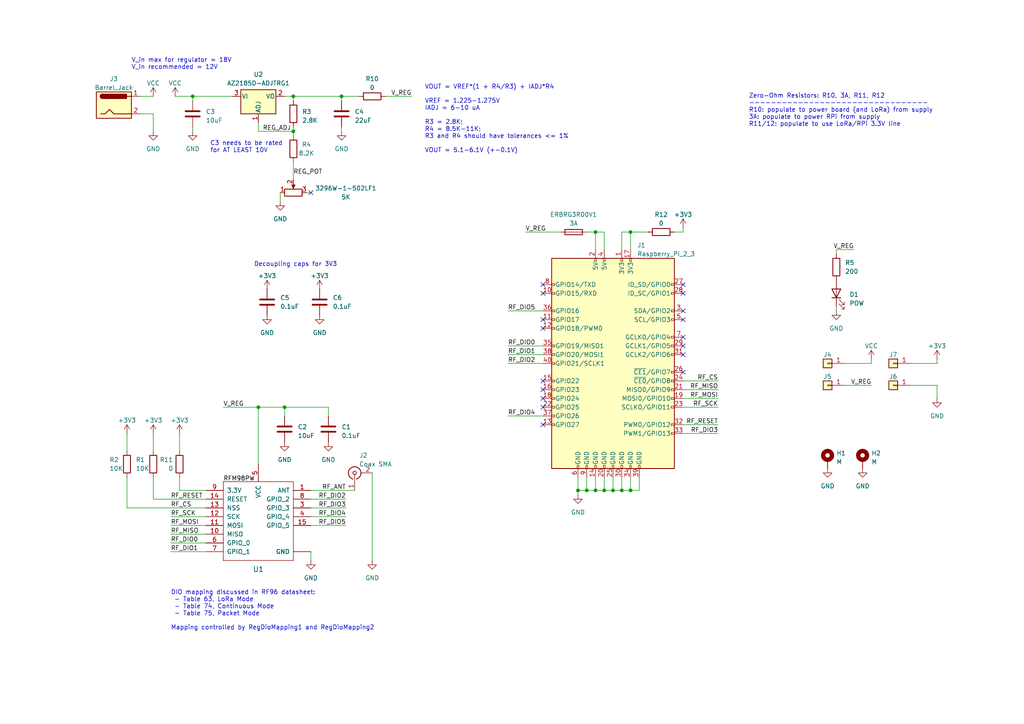
<source format=kicad_sch>
(kicad_sch (version 20230121) (generator eeschema)
  (paper "A4")
  (title_block (title "PROMETHEUS-1 Ground Station") (date "2024-01-14") (rev "v2") (company "LICENSE: CC BY 4.0") (comment 1 "Upgraded by Pedro Andrade (UMinho) for PROMETHEUS-1") (comment 2 "Designed by Akshat Sahay (CMU) for ARGUS-1"))
  (lib_symbols
    (symbol "Connector:Barrel_Jack" (pin_names (offset 1.016))
      (property "Reference" "J" (at 0 5.334 0))
      (property "Value" "Barrel_Jack" (at 0 -5.08 0))
      (symbol "Barrel_Jack_0_1"
        (rectangle (start -5.08 3.81) (end 5.08 -3.81) (stroke (width 0.254)) (fill (type background)))
        (arc (start -3.302 3.175) (mid -3.9343 2.54) (end -3.302 1.905) (stroke (width 0.254)))
        (arc (start -3.302 3.175) (mid -3.9343 2.54) (end -3.302 1.905) (stroke (width 0.254)) (fill (type outline)))
        (polyline (pts (xy 5.08 2.54) (xy 3.81 2.54)) (stroke (width 0.254)))
        (polyline (pts (xy -3.81 -2.54) (xy -2.54 -2.54) (xy -1.27 -1.27) (xy 0 -2.54) (xy 2.54 -2.54) (xy 5.08 -2.54)) (stroke (width 0.254)))
        (rectangle (start 3.683 3.175) (end -3.302 1.905) (stroke (width 0.254)) (fill (type outline)))
      )
      (symbol "Barrel_Jack_1_1"
        (pin passive line (at 7.62 2.54 180) (length 2.54) (name "~") (number "1"))
        (pin passive line (at 7.62 -2.54 180) (length 2.54) (name "~") (number "2"))
      )
    )
    (symbol "Connector:Raspberry_Pi_2_3" (pin_names (offset 1.016))
      (property "Reference" "J" (at -17.78 31.75 0))
      (property "Value" "Raspberry_Pi_2_3" (at 10.16 -31.75 0))
      (symbol "Raspberry_Pi_2_3_0_1"
        (rectangle (start -17.78 30.48) (end 17.78 -30.48) (stroke (width 0.254)) (fill (type background)))
      )
      (symbol "Raspberry_Pi_2_3_1_1"
        (rectangle (start -16.891 -17.526) (end -17.78 -18.034))
        (rectangle (start -16.891 -14.986) (end -17.78 -15.494))
        (rectangle (start -16.891 -12.446) (end -17.78 -12.954))
        (rectangle (start -16.891 -9.906) (end -17.78 -10.414))
        (rectangle (start -16.891 -7.366) (end -17.78 -7.874))
        (rectangle (start -16.891 -4.826) (end -17.78 -5.334))
        (rectangle (start -16.891 0.254) (end -17.78 -0.254))
        (rectangle (start -16.891 2.794) (end -17.78 2.286))
        (rectangle (start -16.891 5.334) (end -17.78 4.826))
        (rectangle (start -16.891 10.414) (end -17.78 9.906))
        (rectangle (start -16.891 12.954) (end -17.78 12.446))
        (rectangle (start -16.891 15.494) (end -17.78 14.986))
        (rectangle (start -16.891 20.574) (end -17.78 20.066))
        (rectangle (start -16.891 23.114) (end -17.78 22.606))
        (rectangle (start -10.414 -29.591) (end -9.906 -30.48))
        (rectangle (start -7.874 -29.591) (end -7.366 -30.48))
        (rectangle (start -5.334 -29.591) (end -4.826 -30.48))
        (rectangle (start -5.334 30.48) (end -4.826 29.591))
        (rectangle (start -2.794 -29.591) (end -2.286 -30.48))
        (rectangle (start -2.794 30.48) (end -2.286 29.591))
        (rectangle (start -0.254 -29.591) (end 0.254 -30.48))
        (rectangle (start 2.286 -29.591) (end 2.794 -30.48))
        (rectangle (start 2.286 30.48) (end 2.794 29.591))
        (rectangle (start 4.826 -29.591) (end 5.334 -30.48))
        (rectangle (start 4.826 30.48) (end 5.334 29.591))
        (rectangle (start 7.366 -29.591) (end 7.874 -30.48))
        (rectangle (start 17.78 -20.066) (end 16.891 -20.574))
        (rectangle (start 17.78 -17.526) (end 16.891 -18.034))
        (rectangle (start 17.78 -12.446) (end 16.891 -12.954))
        (rectangle (start 17.78 -9.906) (end 16.891 -10.414))
        (rectangle (start 17.78 -7.366) (end 16.891 -7.874))
        (rectangle (start 17.78 -4.826) (end 16.891 -5.334))
        (rectangle (start 17.78 -2.286) (end 16.891 -2.794))
        (rectangle (start 17.78 2.794) (end 16.891 2.286))
        (rectangle (start 17.78 5.334) (end 16.891 4.826))
        (rectangle (start 17.78 7.874) (end 16.891 7.366))
        (rectangle (start 17.78 12.954) (end 16.891 12.446))
        (rectangle (start 17.78 15.494) (end 16.891 14.986))
        (rectangle (start 17.78 20.574) (end 16.891 20.066))
        (rectangle (start 17.78 23.114) (end 16.891 22.606))
        (pin power_in line (at 2.54 33.02 270) (length 2.54) (name "3V3") (number "1"))
        (pin bidirectional line (at -20.32 20.32 0) (length 2.54) (name "GPIO15/RXD") (number "10"))
        (pin bidirectional line (at -20.32 12.7 0) (length 2.54) (name "GPIO17") (number "11"))
        (pin bidirectional line (at -20.32 10.16 0) (length 2.54) (name "GPIO18/PWM0") (number "12"))
        (pin bidirectional line (at -20.32 -17.78 0) (length 2.54) (name "GPIO27") (number "13"))
        (pin power_in line (at -5.08 -33.02 90) (length 2.54) (name "GND") (number "14"))
        (pin bidirectional line (at -20.32 -5.08 0) (length 2.54) (name "GPIO22") (number "15"))
        (pin bidirectional line (at -20.32 -7.62 0) (length 2.54) (name "GPIO23") (number "16"))
        (pin power_in line (at 5.08 33.02 270) (length 2.54) (name "3V3") (number "17"))
        (pin bidirectional line (at -20.32 -10.16 0) (length 2.54) (name "GPIO24") (number "18"))
        (pin bidirectional line (at 20.32 -10.16 180) (length 2.54) (name "MOSI0/GPIO10") (number "19"))
        (pin power_in line (at -5.08 33.02 270) (length 2.54) (name "5V") (number "2"))
        (pin power_in line (at -2.54 -33.02 90) (length 2.54) (name "GND") (number "20"))
        (pin bidirectional line (at 20.32 -7.62 180) (length 2.54) (name "MISO0/GPIO9") (number "21"))
        (pin bidirectional line (at -20.32 -12.7 0) (length 2.54) (name "GPIO25") (number "22"))
        (pin bidirectional line (at 20.32 -12.7 180) (length 2.54) (name "SCLK0/GPIO11") (number "23"))
        (pin bidirectional line (at 20.32 -5.08 180) (length 2.54) (name "~{CE0}/GPIO8") (number "24"))
        (pin power_in line (at 0 -33.02 90) (length 2.54) (name "GND") (number "25"))
        (pin bidirectional line (at 20.32 -2.54 180) (length 2.54) (name "~{CE1}/GPIO7") (number "26"))
        (pin bidirectional line (at 20.32 22.86 180) (length 2.54) (name "ID_SD/GPIO0") (number "27"))
        (pin bidirectional line (at 20.32 20.32 180) (length 2.54) (name "ID_SC/GPIO1") (number "28"))
        (pin bidirectional line (at 20.32 5.08 180) (length 2.54) (name "GCLK1/GPIO5") (number "29"))
        (pin bidirectional line (at 20.32 15.24 180) (length 2.54) (name "SDA/GPIO2") (number "3"))
        (pin power_in line (at 2.54 -33.02 90) (length 2.54) (name "GND") (number "30"))
        (pin bidirectional line (at 20.32 2.54 180) (length 2.54) (name "GCLK2/GPIO6") (number "31"))
        (pin bidirectional line (at 20.32 -17.78 180) (length 2.54) (name "PWM0/GPIO12") (number "32"))
        (pin bidirectional line (at 20.32 -20.32 180) (length 2.54) (name "PWM1/GPIO13") (number "33"))
        (pin power_in line (at 5.08 -33.02 90) (length 2.54) (name "GND") (number "34"))
        (pin bidirectional line (at -20.32 5.08 0) (length 2.54) (name "GPIO19/MISO1") (number "35"))
        (pin bidirectional line (at -20.32 15.24 0) (length 2.54) (name "GPIO16") (number "36"))
        (pin bidirectional line (at -20.32 -15.24 0) (length 2.54) (name "GPIO26") (number "37"))
        (pin bidirectional line (at -20.32 2.54 0) (length 2.54) (name "GPIO20/MOSI1") (number "38"))
        (pin power_in line (at 7.62 -33.02 90) (length 2.54) (name "GND") (number "39"))
        (pin power_in line (at -2.54 33.02 270) (length 2.54) (name "5V") (number "4"))
        (pin bidirectional line (at -20.32 0 0) (length 2.54) (name "GPIO21/SCLK1") (number "40"))
        (pin bidirectional line (at 20.32 12.7 180) (length 2.54) (name "SCL/GPIO3") (number "5"))
        (pin power_in line (at -10.16 -33.02 90) (length 2.54) (name "GND") (number "6"))
        (pin bidirectional line (at 20.32 7.62 180) (length 2.54) (name "GCLK0/GPIO4") (number "7"))
        (pin bidirectional line (at -20.32 22.86 0) (length 2.54) (name "GPIO14/TXD") (number "8"))
        (pin power_in line (at -7.62 -33.02 90) (length 2.54) (name "GND") (number "9"))
      )
    )
    (symbol "Connector_Generic:Conn_01x01" (pin_names (offset 1.016) hide)
      (property "Reference" "J" (at 0 2.54 0))
      (property "Value" "Conn_01x01" (at 0 -2.54 0))
      (symbol "Conn_01x01_1_1"
        (rectangle (start -1.27 0.127) (end 0 -0.127) (stroke (width 0.1524)))
        (rectangle (start -1.27 1.27) (end 1.27 -1.27) (stroke (width 0.254)) (fill (type background)))
        (pin passive line (at -5.08 0 0) (length 3.81) (name "Pin_1") (number "1"))
      )
    )
    (symbol "Device:C" (pin_numbers hide) (pin_names (offset 0.254))
      (property "Reference" "C" (at 0.635 2.54 0))
      (property "Value" "C" (at 0.635 -2.54 0))
      (symbol "C_0_1"
        (polyline (pts (xy -2.032 -0.762) (xy 2.032 -0.762)) (stroke (width 0.508)))
        (polyline (pts (xy -2.032 0.762) (xy 2.032 0.762)) (stroke (width 0.508)))
      )
      (symbol "C_1_1"
        (pin passive line (at 0 3.81 270) (length 2.794) (name "~") (number "1"))
        (pin passive line (at 0 -3.81 90) (length 2.794) (name "~") (number "2"))
      )
    )
    (symbol "Device:Fuse" (pin_numbers hide) (pin_names (offset 0))
      (property "Reference" "F" (at 0 2.032 0))
      (property "Value" "Fuse" (at 0 -1.905 0))
      (symbol "Fuse_0_1"
        (rectangle (start -2.54 -0.762) (end 2.54 0.762) (stroke (width 0.254)))
        (polyline (pts (xy -2.54 0) (xy 2.54 0)))
      )
      (symbol "Fuse_1_1"
        (pin passive line (at -3.81 0 0) (length 1.27) (name "~") (number "1"))
        (pin passive line (at 3.81 0 180) (length 1.27) (name "~") (number "2"))
      )
    )
    (symbol "Device:LED" (pin_numbers hide) (pin_names (offset 1.016) hide)
      (property "Reference" "D" (at 0 2.54 0))
      (property "Value" "LED" (at 0 -2.54 0))
      (symbol "LED_0_1"
        (polyline (pts (xy -1.27 -1.27) (xy -1.27 1.27)) (stroke (width 0.254)))
        (polyline (pts (xy -1.27 0) (xy 1.27 0)))
        (polyline (pts (xy 1.27 -1.27) (xy 1.27 1.27) (xy -1.27 0) (xy 1.27 -1.27)) (stroke (width 0.254)))
        (polyline (pts (xy -3.048 -0.762) (xy -4.572 -2.286) (xy -3.81 -2.286) (xy -4.572 -2.286) (xy -4.572 -1.524)))
        (polyline (pts (xy -1.778 -0.762) (xy -3.302 -2.286) (xy -2.54 -2.286) (xy -3.302 -2.286) (xy -3.302 -1.524)))
      )
      (symbol "LED_1_1"
        (pin passive line (at -3.81 0 0) (length 2.54) (name "K") (number "1"))
        (pin passive line (at 3.81 0 180) (length 2.54) (name "A") (number "2"))
      )
    )
    (symbol "Device:R" (pin_numbers hide) (pin_names (offset 0))
      (property "Reference" "R" (at 2.032 0 90))
      (property "Value" "R" (at 0 0 90))
      (symbol "R_0_1"
        (rectangle (start -1.016 -2.54) (end 1.016 2.54) (stroke (width 0.254)))
      )
      (symbol "R_1_1"
        (pin passive line (at 0 3.81 270) (length 1.27) (name "~") (number "1"))
        (pin passive line (at 0 -3.81 90) (length 1.27) (name "~") (number "2"))
      )
    )
    (symbol "Device:R_Potentiometer" (pin_names (offset 1.016) hide)
      (property "Reference" "RV" (at -4.445 0 90))
      (property "Value" "R_Potentiometer" (at -2.54 0 90))
      (symbol "R_Potentiometer_0_1"
        (polyline (pts (xy 2.54 0) (xy 1.524 0)))
        (polyline (pts (xy 1.143 0) (xy 2.286 0.508) (xy 2.286 -0.508) (xy 1.143 0)) (fill (type outline)))
        (rectangle (start 1.016 2.54) (end -1.016 -2.54) (stroke (width 0.254)))
      )
      (symbol "R_Potentiometer_1_1"
        (pin passive line (at 0 3.81 270) (length 1.27) (name "1") (number "1"))
        (pin passive line (at 3.81 0 180) (length 1.27) (name "2") (number "2"))
        (pin passive line (at 0 -3.81 90) (length 1.27) (name "3") (number "3"))
      )
    )
    (symbol "Mainboard:Connector_Conn_Coaxial" (pin_names (offset 1.016) hide)
      (property "Reference" "J" (at 0.254 3.048 0))
      (property "Value" "Connector_Conn_Coaxial" (at 2.921 0 90))
      (symbol "Connector_Conn_Coaxial_0_1"
        (arc (start -1.778 -0.508) (mid 0.2311 -1.8066) (end 1.778 0) (stroke (width 0.254)))
        (polyline (pts (xy -2.54 0) (xy -0.508 0)))
        (polyline (pts (xy 0 -2.54) (xy 0 -1.778)))
        (circle (center 0 0) (radius 0.508) (stroke (width 0.2032)))
        (arc (start 1.778 0) (mid 0.2099 1.8101) (end -1.778 0.508) (stroke (width 0.254)))
      )
      (symbol "Connector_Conn_Coaxial_1_1"
        (pin passive line (at -5.08 0 0) (length 2.54) (name "In") (number "1"))
        (pin passive line (at 0 -5.08 90) (length 2.54) (name "Ext") (number "2"))
      )
    )
    (symbol "Mechanical:MountingHole_Pad" (pin_numbers hide) (pin_names (offset 1.016) hide)
      (property "Reference" "H" (at 0 6.35 0))
      (property "Value" "MountingHole_Pad" (at 0 4.445 0))
      (symbol "MountingHole_Pad_0_1"
        (circle (center 0 1.27) (radius 1.27) (stroke (width 1.27)))
      )
      (symbol "MountingHole_Pad_1_1"
        (pin input line (at 0 -2.54 90) (length 2.54) (name "1") (number "1"))
      )
    )
    (symbol "RF_Module_HOPERF:RFM98PW" (pin_names (offset 1.016))
      (property "Reference" "U" (at -7.62 10.16 0))
      (symbol "RFM98PW_0_0"
        (pin bidirectional line (at 17.78 -10.16 180) (length 5.08) hide (name "GND") (number "17"))
        (pin bidirectional line (at 2.54 15.24 270) (length 5.08) (name "VCC") (number "5"))
      )
      (symbol "RFM98PW_1_0"
        (polyline (pts (xy -7.62 -12.7) (xy -7.62 10.16)))
        (polyline (pts (xy -7.62 10.16) (xy 12.7 10.16)))
        (polyline (pts (xy 12.7 -12.7) (xy -7.62 -12.7)))
        (polyline (pts (xy 12.7 10.16) (xy 12.7 -12.7)))
        (pin bidirectional line (at 17.78 7.62 180) (length 5.08) (name "ANT") (number "1"))
        (pin bidirectional line (at -12.7 -5.08 0) (length 5.08) (name "MISO") (number "10"))
        (pin bidirectional line (at -12.7 -2.54 0) (length 5.08) (name "MOSI") (number "11"))
        (pin bidirectional line (at -12.7 0 0) (length 5.08) (name "SCK") (number "12"))
        (pin bidirectional line (at -12.7 2.54 0) (length 5.08) (name "NSS") (number "13"))
        (pin bidirectional line (at -12.7 5.08 0) (length 5.08) (name "RESET") (number "14"))
        (pin bidirectional line (at 17.78 -2.54 180) (length 5.08) (name "GPIO_5") (number "15"))
        (pin bidirectional line (at 17.78 -10.16 180) (length 5.08) (name "GND") (number "16"))
        (pin bidirectional line (at 17.78 -10.16 180) (length 5.08) (name "GND") (number "2"))
        (pin bidirectional line (at 17.78 2.54 180) (length 5.08) (name "GPIO_3") (number "3"))
        (pin bidirectional line (at 17.78 0 180) (length 5.08) (name "GPIO_4") (number "4"))
        (pin bidirectional line (at -12.7 -7.62 0) (length 5.08) (name "GPIO_0") (number "6"))
        (pin bidirectional line (at -12.7 -10.16 0) (length 5.08) (name "GPIO_1") (number "7"))
        (pin bidirectional line (at 17.78 5.08 180) (length 5.08) (name "GPIO_2") (number "8"))
        (pin power_in line (at -12.7 7.62 0) (length 5.08) (name "3.3V") (number "9"))
      )
    )
    (symbol "Regulator_Linear:LM317_TO-252" (pin_names (offset 0.254))
      (property "Reference" "U" (at -3.81 3.175 0))
      (property "Value" "LM317_TO-252" (at 0 3.175 0))
      (symbol "LM317_TO-252_0_1"
        (rectangle (start -5.08 1.905) (end 5.08 -5.08) (stroke (width 0.254)) (fill (type background)))
      )
      (symbol "LM317_TO-252_1_1"
        (pin input line (at 0 -7.62 90) (length 2.54) (name "ADJ") (number "1"))
        (pin power_out line (at 7.62 0 180) (length 2.54) (name "VO") (number "2"))
        (pin power_in line (at -7.62 0 0) (length 2.54) (name "VI") (number "3"))
      )
    )
    (symbol "power:+3V3" (power) (pin_names (offset 0))
      (property "Value" "+3V3" (at 0 3.556 0))
      (symbol "+3V3_0_1"
        (polyline (pts (xy -0.762 1.27) (xy 0 2.54)))
        (polyline (pts (xy 0 0) (xy 0 2.54)))
        (polyline (pts (xy 0 2.54) (xy 0.762 1.27)))
      )
      (symbol "+3V3_1_1"
        (pin power_in line (at 0 0 90) (length 0) hide (name "+3V3") (number "1"))
      )
    )
    (symbol "power:GND" (power) (pin_names (offset 0))
      (property "Value" "GND" (at 0 -3.81 0))
      (symbol "GND_0_1"
        (polyline (pts (xy 0 0) (xy 0 -1.27) (xy 1.27 -1.27) (xy 0 -2.54) (xy -1.27 -1.27) (xy 0 -1.27)))
      )
      (symbol "GND_1_1"
        (pin power_in line (at 0 0 270) (length 0) hide (name "GND") (number "1"))
      )
    )
    (symbol "power:VCC" (power) (pin_names (offset 0))
      (property "Value" "VCC" (at 0 3.81 0))
      (symbol "VCC_0_1"
        (polyline (pts (xy -0.762 1.27) (xy 0 2.54)))
        (polyline (pts (xy 0 0) (xy 0 2.54)))
        (polyline (pts (xy 0 2.54) (xy 0.762 1.27)))
      )
      (symbol "VCC_1_1"
        (pin power_in line (at 0 0 90) (length 0) hide (name "VCC") (number "1"))
      )
    )
  )
  (junction (at 170.18 142.24))
  (junction (at 182.88 67.31))
  (junction (at 180.34 142.24))
  (junction (at 82.55 118.11))
  (junction (at 99.06 27.94))
  (junction (at 182.88 142.24))
  (junction (at 177.8 142.24))
  (junction (at 172.72 142.24))
  (junction (at 175.26 142.24))
  (junction (at 167.64 142.24))
  (junction (at 85.09 27.94))
  (junction (at 172.72 67.31))
  (junction (at 55.88 27.94))
  (junction (at 74.93 118.11))
  (junction (at 85.09 38.1))
  (no_connect (at 198.12 90.17))
  (no_connect (at 90.17 55.88))
  (no_connect (at 198.12 82.55))
  (no_connect (at 157.48 115.57))
  (no_connect (at 157.48 113.03))
  (no_connect (at 157.48 110.49))
  (no_connect (at 157.48 92.71))
  (no_connect (at 157.48 118.11))
  (no_connect (at 198.12 100.33))
  (no_connect (at 198.12 92.71))
  (no_connect (at 198.12 102.87))
  (no_connect (at 198.12 107.95))
  (no_connect (at 157.48 123.19))
  (no_connect (at 198.12 85.09))
  (no_connect (at 157.48 85.09))
  (no_connect (at 157.48 82.55))
  (no_connect (at 157.48 95.25))
  (no_connect (at 198.12 97.79))
  (wire (pts (xy 182.88 67.31) (xy 182.88 72.39)))
  (wire (pts (xy 49.53 160.02) (xy 59.69 160.02)))
  (wire (pts (xy 36.83 125.73) (xy 36.83 130.81)))
  (wire (pts (xy 52.07 125.73) (xy 52.07 130.81)))
  (wire (pts (xy 198.12 66.04) (xy 198.12 67.31)))
  (wire (pts (xy 90.17 142.24) (xy 102.87 142.24)))
  (wire (pts (xy 85.09 27.94) (xy 99.06 27.94)))
  (wire (pts (xy 99.06 27.94) (xy 104.14 27.94)))
  (wire (pts (xy 85.09 27.94) (xy 85.09 29.21)))
  (wire (pts (xy 111.76 27.94) (xy 119.38 27.94)))
  (wire (pts (xy 55.88 36.83) (xy 55.88 38.1)))
  (wire (pts (xy 36.83 138.43) (xy 36.83 147.32)))
  (wire (pts (xy 147.32 120.65) (xy 157.48 120.65)))
  (wire (pts (xy 82.55 118.11) (xy 95.25 118.11)))
  (wire (pts (xy 198.12 113.03) (xy 208.28 113.03)))
  (wire (pts (xy 55.88 27.94) (xy 67.31 27.94)))
  (wire (pts (xy 252.73 105.41) (xy 245.11 105.41)))
  (wire (pts (xy 90.17 144.78) (xy 100.33 144.78)))
  (wire (pts (xy 44.45 144.78) (xy 59.69 144.78)))
  (wire (pts (xy 172.72 72.39) (xy 172.72 67.31)))
  (wire (pts (xy 44.45 33.02) (xy 44.45 38.1)))
  (wire (pts (xy 242.57 88.9) (xy 242.57 90.17)))
  (wire (pts (xy 85.09 39.37) (xy 85.09 38.1)))
  (wire (pts (xy 175.26 72.39) (xy 175.26 67.31)))
  (wire (pts (xy 85.09 36.83) (xy 85.09 38.1)))
  (wire (pts (xy 36.83 147.32) (xy 59.69 147.32)))
  (wire (pts (xy 49.53 157.48) (xy 59.69 157.48)))
  (wire (pts (xy 198.12 125.73) (xy 208.28 125.73)))
  (wire (pts (xy 180.34 138.43) (xy 180.34 142.24)))
  (wire (pts (xy 49.53 149.86) (xy 59.69 149.86)))
  (wire (pts (xy 242.57 72.39) (xy 247.65 72.39)))
  (wire (pts (xy 180.34 142.24) (xy 182.88 142.24)))
  (wire (pts (xy 180.34 67.31) (xy 182.88 67.31)))
  (wire (pts (xy 198.12 110.49) (xy 208.28 110.49)))
  (wire (pts (xy 147.32 105.41) (xy 157.48 105.41)))
  (wire (pts (xy 82.55 118.11) (xy 82.55 120.65)))
  (wire (pts (xy 271.78 111.76) (xy 271.78 115.57)))
  (wire (pts (xy 271.78 104.14) (xy 271.78 105.41)))
  (wire (pts (xy 182.88 142.24) (xy 185.42 142.24)))
  (wire (pts (xy 49.53 154.94) (xy 59.69 154.94)))
  (wire (pts (xy 170.18 67.31) (xy 172.72 67.31)))
  (wire (pts (xy 177.8 142.24) (xy 180.34 142.24)))
  (wire (pts (xy 175.26 67.31) (xy 172.72 67.31)))
  (wire (pts (xy 147.32 102.87) (xy 157.48 102.87)))
  (wire (pts (xy 90.17 160.02) (xy 90.17 162.56)))
  (wire (pts (xy 74.93 118.11) (xy 82.55 118.11)))
  (wire (pts (xy 147.32 100.33) (xy 157.48 100.33)))
  (wire (pts (xy 185.42 142.24) (xy 185.42 138.43)))
  (wire (pts (xy 64.77 118.11) (xy 74.93 118.11)))
  (wire (pts (xy 44.45 125.73) (xy 44.45 130.81)))
  (wire (pts (xy 40.64 33.02) (xy 44.45 33.02)))
  (wire (pts (xy 177.8 138.43) (xy 177.8 142.24)))
  (wire (pts (xy 170.18 142.24) (xy 172.72 142.24)))
  (wire (pts (xy 147.32 90.17) (xy 157.48 90.17)))
  (wire (pts (xy 198.12 115.57) (xy 208.28 115.57)))
  (wire (pts (xy 198.12 118.11) (xy 208.28 118.11)))
  (wire (pts (xy 172.72 142.24) (xy 175.26 142.24)))
  (wire (pts (xy 99.06 36.83) (xy 99.06 38.1)))
  (wire (pts (xy 74.93 118.11) (xy 74.93 134.62)))
  (wire (pts (xy 49.53 152.4) (xy 59.69 152.4)))
  (wire (pts (xy 175.26 142.24) (xy 177.8 142.24)))
  (wire (pts (xy 95.25 118.11) (xy 95.25 120.65)))
  (wire (pts (xy 264.16 111.76) (xy 271.78 111.76)))
  (wire (pts (xy 172.72 138.43) (xy 172.72 142.24)))
  (wire (pts (xy 99.06 27.94) (xy 99.06 29.21)))
  (wire (pts (xy 182.88 67.31) (xy 187.96 67.31)))
  (wire (pts (xy 252.73 104.14) (xy 252.73 105.41)))
  (wire (pts (xy 195.58 67.31) (xy 198.12 67.31)))
  (wire (pts (xy 167.64 142.24) (xy 167.64 143.51)))
  (wire (pts (xy 85.09 46.99) (xy 85.09 52.07)))
  (wire (pts (xy 55.88 27.94) (xy 55.88 29.21)))
  (wire (pts (xy 170.18 138.43) (xy 170.18 142.24)))
  (wire (pts (xy 182.88 138.43) (xy 182.88 142.24)))
  (wire (pts (xy 271.78 105.41) (xy 264.16 105.41)))
  (wire (pts (xy 59.69 142.24) (xy 52.07 142.24)))
  (wire (pts (xy 107.95 137.16) (xy 107.95 162.56)))
  (wire (pts (xy 180.34 72.39) (xy 180.34 67.31)))
  (wire (pts (xy 175.26 138.43) (xy 175.26 142.24)))
  (wire (pts (xy 90.17 147.32) (xy 100.33 147.32)))
  (wire (pts (xy 74.93 38.1) (xy 85.09 38.1)))
  (wire (pts (xy 90.17 149.86) (xy 100.33 149.86)))
  (wire (pts (xy 245.11 111.76) (xy 252.73 111.76)))
  (wire (pts (xy 74.93 38.1) (xy 74.93 35.56)))
  (wire (pts (xy 90.17 152.4) (xy 100.33 152.4)))
  (wire (pts (xy 81.28 55.88) (xy 81.28 58.42)))
  (wire (pts (xy 40.64 27.94) (xy 44.45 27.94)))
  (wire (pts (xy 82.55 27.94) (xy 85.09 27.94)))
  (wire (pts (xy 52.07 138.43) (xy 52.07 142.24)))
  (wire (pts (xy 198.12 123.19) (xy 208.28 123.19)))
  (wire (pts (xy 90.17 55.88) (xy 88.9 55.88)))
  (wire (pts (xy 167.64 142.24) (xy 170.18 142.24)))
  (wire (pts (xy 167.64 138.43) (xy 167.64 142.24)))
  (wire (pts (xy 152.4 67.31) (xy 162.56 67.31)))
  (wire (pts (xy 242.57 72.39) (xy 242.57 73.66)))
  (wire (pts (xy 50.8 27.94) (xy 55.88 27.94)))
  (wire (pts (xy 44.45 138.43) (xy 44.45 144.78)))
  (text "Decoupling caps for 3V3" (at 73.66 77.47 0) (effects (font (size 1.27 1.27)) (justify left bottom)))
  (text "DIO mapping discussed in RF96 datasheet:\n - Table 63, LoRa Mode\n - Table 74, Continuous Mode\n - Table 75, Packet Mode\n\nMapping controlled by RegDioMapping1 and RegDioMapping2" (at 49.53 182.88 0) (effects (font (size 1.27 1.27)) (justify left bottom)))
  (text "Zero-Ohm Resistors: R10, 3A, R11, R12\n---------------------------------\nR10: populate to power board (and LoRa) from supply\n3A: populate to power RPi from supply\nR11/12: populate to use LoRa/RPi 3.3V line" (at 217.17 36.83 0) (effects (font (size 1.27 1.27)) (justify left bottom)))
  (text "V_in max for regulator = 18V\nV_in recommended = 12V" (at 38.1 20.32 0) (effects (font (size 1.27 1.27)) (justify left bottom)))
  (text "RFM98PW" (at 64.77 139.7 0) (effects (font (size 1.27 1.27)) (justify left bottom)))
  (text "C3 needs to be rated\nfor AT LEAST 10V" (at 60.96 44.45 0) (effects (font (size 1.27 1.27)) (justify left bottom)))
  (text "VOUT = VREF*(1 + R4/R3) + IADJ*R4\n\nVREF = 1.225-1.275V\nIADJ = 6-10 uA\n\nR3 = 2.8K; \nR4 = 8.5K-11K;\nR3 and R4 should have tolerances <= 1%\n\nVOUT = 5.1-6.1V (+-0.1V)" (at 123.19 44.45 0) (effects (font (size 1.27 1.27)) (justify left bottom)))
  (label "V_REG" (at 64.77 118.11 0))
  (label "V_REG" (at 119.38 27.94 180))
  (label "RF_RESET" (at 208.28 123.19 180))
  (label "RF_DIO5" (at 100.33 152.4 180))
  (label "RF_DIO0" (at 147.32 100.33 0))
  (label "RF_SCK" (at 49.53 149.86 0))
  (label "RF_MISO" (at 208.28 113.03 180))
  (label "RF_SCK" (at 208.28 118.11 180))
  (label "REG_ADJ" (at 76.2 38.1 0))
  (label "RF_DIO2" (at 147.32 105.41 0))
  (label "RF_MISO" (at 49.53 154.94 0))
  (label "RF_CS" (at 208.28 110.49 180))
  (label "V_REG" (at 152.4 67.31 0))
  (label "RF_CS" (at 49.53 147.32 0))
  (label "RF_DIO3" (at 208.28 125.73 180))
  (label "RF_DIO4" (at 147.32 120.65 0))
  (label "RF_DIO1" (at 49.53 160.02 0))
  (label "RF_DIO3" (at 100.33 147.32 180))
  (label "RF_DIO5" (at 147.32 90.17 0))
  (label "RF_MOSI" (at 208.28 115.57 180))
  (label "RF_DIO1" (at 147.32 102.87 0))
  (label "RF_DIO4" (at 100.33 149.86 180))
  (label "RF_ANT" (at 100.33 142.24 180))
  (label "RF_RESET" (at 49.53 144.78 0))
  (label "REG_POT" (at 85.09 50.8 0))
  (label "V_REG" (at 252.73 111.76 180))
  (label "RF_DIO2" (at 100.33 144.78 180))
  (label "RF_MOSI" (at 49.53 152.4 0))
  (label "V_REG" (at 247.65 72.39 180))
  (label "RF_DIO0" (at 49.53 157.48 0))
  (symbol (lib_id "power:GND") (at 82.55 128.27 0) (unit 1)
    (property "Reference" "#PWR09" (effects hide))
    (property "Value" "GND" (at 82.55 133.35 0))
  )
  (symbol (lib_id "power:GND") (at 167.64 143.51 0) (unit 1)
    (property "Reference" "#PWR05" (effects hide))
    (property "Value" "GND" (at 167.64 148.59 0))
  )
  (symbol (lib_id "power:GND") (at 77.47 91.44 0) (unit 1)
    (property "Reference" "#PWR023" (effects hide))
    (property "Value" "GND" (at 77.47 96.52 0))
  )
  (symbol (lib_id "power:+3V3") (at 44.45 125.73 0) (unit 1)
    (property "Reference" "#PWR01" (effects hide))
    (property "Value" "+3V3" (at 44.45 121.92 0))
  )
  (symbol (lib_id "power:VCC") (at 44.45 27.94 0) (unit 1)
    (property "Reference" "#PWR04" (effects hide))
    (property "Value" "VCC" (at 44.45 24.13 0))
  )
  (symbol (lib_id "Device:C") (at 55.88 33.02 0) (unit 1)
    (property "Reference" "C3" (at 59.69 32.385 0) (effects (justify left)))
    (property "Value" "10uF" (at 59.69 34.925 0) (effects (justify left)))
    (property "Footprint" "Capacitor_SMD:C_0805_2012Metric_Pad1.18x1.45mm_HandSolder" (effects hide))
  )
  (symbol (lib_id "power:GND") (at 55.88 38.1 0) (unit 1)
    (property "Reference" "#PWR012" (effects hide))
    (property "Value" "GND" (at 55.88 43.18 0))
  )
  (symbol (lib_id "Device:R") (at 44.45 134.62 180) (unit 1)
    (property "Reference" "R1" (at 39.37 133.35 0) (effects (justify right)))
    (property "Value" "10K" (at 39.37 135.89 0) (effects (justify right)))
    (property "Footprint" "Resistor_SMD:R_0805_2012Metric_Pad1.20x1.40mm_HandSolder" (effects hide))
  )
  (symbol (lib_id "Device:C") (at 77.47 87.63 0) (unit 1)
    (property "Reference" "C5" (at 81.28 86.36 0) (effects (justify left)))
    (property "Value" "0.1uF" (at 81.28 88.9 0) (effects (justify left)))
    (property "Footprint" "Capacitor_SMD:C_0603_1608Metric_Pad1.08x0.95mm_HandSolder" (effects hide))
  )
  (symbol (lib_id "Device:R") (at 36.83 134.62 180) (unit 1)
    (property "Reference" "R2" (at 31.75 133.35 0) (effects (justify right)))
    (property "Value" "10K" (at 31.75 135.89 0) (effects (justify right)))
    (property "Footprint" "Resistor_SMD:R_0805_2012Metric_Pad1.20x1.40mm_HandSolder" (effects hide))
  )
  (symbol (lib_id "power:+3V3") (at 36.83 125.73 0) (unit 1)
    (property "Reference" "#PWR08" (effects hide))
    (property "Value" "+3V3" (at 36.83 121.92 0))
  )
  (symbol (lib_id "power:GND") (at 99.06 38.1 0) (unit 1)
    (property "Reference" "#PWR014" (effects hide))
    (property "Value" "GND" (at 99.06 43.18 0))
  )
  (symbol (lib_id "power:GND") (at 44.45 38.1 0) (unit 1)
    (property "Reference" "#PWR011" (effects hide))
    (property "Value" "GND" (at 44.45 43.18 0))
  )
  (symbol (lib_id "Device:R_Potentiometer") (at 85.09 55.88 90) (unit 1)
    (property "Reference" "3296W-1-502LF1" (at 100.33 54.61 90))
    (property "Value" "5K" (at 100.33 57.15 90))
    (property "Footprint" "Potentiometer_THT:Potentiometer_Bourns_3296W_Vertical" (effects hide))
    (property "Manufacturer ID" "3296W-1-502LF" (effects hide))
  )
  (symbol (lib_id "power:VCC") (at 252.73 104.14 0) (unit 1)
    (property "Reference" "#PWR018" (effects hide))
    (property "Value" "VCC" (at 252.73 100.33 0))
  )
  (symbol (lib_id "Device:Fuse") (at 166.37 67.31 0) (unit 1)
    (property "Reference" "ERBRG3R00V1" (at 166.37 62.23 0))
    (property "Value" "3A" (at 166.37 64.77 0))
    (property "Footprint" ".MyLib:ERBRG4R00V" (effects hide))
    (property "Manufacturer ID" "ERBRG3R00V" (effects hide))
  )
  (symbol (lib_id "Device:C") (at 82.55 124.46 0) (unit 1)
    (property "Reference" "C2" (at 86.36 123.825 0) (effects (justify left)))
    (property "Value" "10uF" (at 86.36 126.365 0) (effects (justify left)))
    (property "Footprint" "Capacitor_SMD:C_0603_1608Metric_Pad1.08x0.95mm_HandSolder" (effects hide))
  )
  (symbol (lib_id "power:GND") (at 90.17 162.56 0) (unit 1)
    (property "Reference" "#PWR03" (effects hide))
    (property "Value" "GND" (at 90.17 167.64 0))
  )
  (symbol (lib_id "Device:C") (at 99.06 33.02 0) (unit 1)
    (property "Reference" "C4" (at 102.87 32.385 0) (effects (justify left)))
    (property "Value" "22uF" (at 102.87 34.925 0) (effects (justify left)))
    (property "Footprint" "Capacitor_SMD:C_0805_2012Metric_Pad1.18x1.45mm_HandSolder" (effects hide))
  )
  (symbol (lib_id "power:GND") (at 242.57 90.17 0) (unit 1)
    (property "Reference" "#PWR028" (effects hide))
    (property "Value" "GND" (at 242.57 95.25 0))
  )
  (symbol (lib_id "power:+3V3") (at 92.71 83.82 0) (unit 1)
    (property "Reference" "#PWR025" (effects hide))
    (property "Value" "+3V3" (at 92.71 80.01 0))
  )
  (symbol (lib_id "Connector_Generic:Conn_01x01") (at 259.08 105.41 180) (unit 1)
    (property "Reference" "J7" (at 259.08 102.87 0))
    (property "Value" "3.3V" (effects hide))
    (property "Footprint" "TestPoint:TestPoint_Loop_D2.50mm_Drill1.0mm" (effects hide))
  )
  (symbol (lib_id "Device:R") (at 242.57 77.47 180) (unit 1)
    (property "Reference" "R5" (at 245.11 76.2 0) (effects (justify right)))
    (property "Value" "200" (at 245.11 78.74 0) (effects (justify right)))
    (property "Footprint" "Resistor_SMD:R_0805_2012Metric_Pad1.20x1.40mm_HandSolder" (effects hide))
  )
  (symbol (lib_id "power:+3V3") (at 52.07 125.73 0) (unit 1)
    (property "Reference" "#PWR07" (effects hide))
    (property "Value" "+3V3" (at 52.07 121.92 0))
  )
  (symbol (lib_id "power:GND") (at 81.28 58.42 0) (unit 1)
    (property "Reference" "#PWR013" (effects hide))
    (property "Value" "GND" (at 81.28 63.5 0))
  )
  (symbol (lib_id "power:GND") (at 107.95 162.56 0) (unit 1)
    (property "Reference" "#PWR06" (effects hide))
    (property "Value" "GND" (at 107.95 167.64 0))
  )
  (symbol (lib_id "Device:C") (at 92.71 87.63 0) (unit 1)
    (property "Reference" "C6" (at 96.52 86.36 0) (effects (justify left)))
    (property "Value" "0.1uF" (at 96.52 88.9 0) (effects (justify left)))
    (property "Footprint" "Capacitor_SMD:C_0603_1608Metric_Pad1.08x0.95mm_HandSolder" (effects hide))
  )
  (symbol (lib_id "Regulator_Linear:LM317_TO-252") (at 74.93 27.94 0) (unit 1)
    (property "Reference" "U2" (at 74.93 21.59 0))
    (property "Value" "AZ2185D-ADJTRG1\n" (at 74.93 24.13 0))
    (property "Footprint" "Package_TO_SOT_SMD:TO-252-2" (effects hide))
    (property "Datasheet" "http://www.ti.com/lit/ds/snvs774n/snvs774n.pdf" (effects hide))
    (property "Manufacturer ID" "AZ2185D-ADJTRG1" (effects hide))
  )
  (symbol (lib_id "Connector_Generic:Conn_01x01") (at 259.08 111.76 180) (unit 1)
    (property "Reference" "J6" (at 259.08 109.22 0))
    (property "Value" "GND" (effects hide))
    (property "Footprint" "TestPoint:TestPoint_Loop_D2.50mm_Drill1.0mm" (effects hide))
  )
  (symbol (lib_id "Mainboard:Connector_Conn_Coaxial") (at 102.87 137.16 90) (unit 1)
    (property "Reference" "J2" (at 105.41 132.08 90))
    (property "Value" "Coax SMA" (at 104.14 134.62 90) (effects (justify right)))
    (property "Footprint" "Connector_Coaxial:SMA_Amphenol_901-144_Vertical" (effects hide))
    (property "Datasheet" "https://www.tme.eu/pt/details/bu-1420701211/conectores-sma-smb-smc/mueller-electric/" (effects hide))
    (property "Manufacturer ID" "BU-1420701211" (effects hide))
  )
  (symbol (lib_id "Device:R") (at 85.09 33.02 0) (unit 1)
    (property "Reference" "R3" (at 87.63 32.385 0) (effects (justify left)))
    (property "Value" "2.8K" (at 87.63 34.925 0) (effects (justify left)))
    (property "Footprint" "Resistor_SMD:R_0805_2012Metric_Pad1.20x1.40mm_HandSolder" (effects hide))
  )
  (symbol (lib_id "Connector_Generic:Conn_01x01") (at 240.03 111.76 180) (unit 1)
    (property "Reference" "J5" (at 240.03 109.22 0))
    (property "Value" "V_REG" (effects hide))
    (property "Footprint" "TestPoint:TestPoint_Loop_D2.50mm_Drill1.0mm" (effects hide))
  )
  (symbol (lib_id "Device:R") (at 191.77 67.31 90) (unit 1)
    (property "Reference" "R12" (at 191.77 62.23 90))
    (property "Value" "0" (at 191.77 64.77 90))
    (property "Footprint" "Resistor_SMD:R_0805_2012Metric_Pad1.20x1.40mm_HandSolder" (effects hide))
  )
  (symbol (lib_id "power:+3V3") (at 271.78 104.14 0) (unit 1)
    (property "Reference" "#PWR020" (effects hide))
    (property "Value" "+3V3" (at 271.78 100.33 0))
  )
  (symbol (lib_id "power:GND") (at 95.25 128.27 0) (unit 1)
    (property "Reference" "#PWR010" (effects hide))
    (property "Value" "GND" (at 95.25 133.35 0))
  )
  (symbol (lib_id "RF_Module_HOPERF:RFM98PW") (at 72.39 149.86 0) (unit 1)
    (property "Reference" "U1" (at 74.93 165.1 0) (effects (font (size 1.4986 1.4986))))
    (property "Value" "RFM98PW" (effects hide))
    (property "Footprint" "RF_Module_HOPERF:RFM95PW" (effects hide))
    (property "Datasheet" "https://www.hoperf.com/modules/lora/RFM98PW.html" (effects hide))
    (property "Manufacturer ID" "RFM98PW" (effects hide))
  )
  (symbol (lib_id "Device:R") (at 107.95 27.94 90) (unit 1)
    (property "Reference" "R10" (at 107.95 22.86 90))
    (property "Value" "0" (at 107.95 25.4 90))
    (property "Footprint" "Resistor_SMD:R_0805_2012Metric_Pad1.20x1.40mm_HandSolder" (effects hide))
  )
  (symbol (lib_id "Mechanical:MountingHole_Pad") (at 250.19 133.35 0) (unit 1)
    (property "Reference" "H2" (at 252.73 131.445 0) (effects (justify left)))
    (property "Value" "M" (at 252.73 133.985 0) (effects (justify left)))
    (property "Footprint" "MountingHole:MountingHole_2.7mm_M2.5_Pad_Via" (effects hide))
  )
  (symbol (lib_id "Device:R") (at 52.07 134.62 0) (unit 1)
    (property "Reference" "R11" (at 48.26 133.35 0))
    (property "Value" "0" (at 49.53 135.89 0))
    (property "Footprint" "Resistor_SMD:R_0805_2012Metric_Pad1.20x1.40mm_HandSolder" (effects hide))
  )
  (symbol (lib_id "Mechanical:MountingHole_Pad") (at 240.03 133.35 0) (unit 1)
    (property "Reference" "H1" (at 242.57 131.445 0) (effects (justify left)))
    (property "Value" "M" (at 242.57 133.985 0) (effects (justify left)))
    (property "Footprint" "MountingHole:MountingHole_2.7mm_M2.5_Pad_Via" (effects hide))
  )
  (symbol (lib_id "power:VCC") (at 50.8 27.94 0) (unit 1)
    (property "Reference" "#PWR02" (effects hide))
    (property "Value" "VCC" (at 50.8 24.13 0))
  )
  (symbol (lib_id "Device:R") (at 85.09 43.18 0) (unit 1)
    (property "Reference" "R4" (at 88.9 41.91 0))
    (property "Value" "8.2K" (at 88.9 44.45 0))
    (property "Footprint" "Resistor_SMD:R_0805_2012Metric_Pad1.20x1.40mm_HandSolder" (effects hide))
  )
  (symbol (lib_id "Device:LED") (at 242.57 85.09 90) (unit 1)
    (property "Reference" "D1" (at 246.38 85.4075 90) (effects (justify right)))
    (property "Value" "POW" (at 246.38 87.9475 90) (effects (justify right)))
    (property "Footprint" "LED_SMD:LED_0805_2012Metric_Pad1.15x1.40mm_HandSolder" (effects hide))
  )
  (symbol (lib_id "Connector:Barrel_Jack") (at 33.02 30.48 0) (unit 1)
    (property "Reference" "J3" (at 33.02 22.86 0))
    (property "Value" "Barrel_Jack" (at 33.02 25.4 0))
    (property "Footprint" "Connector_BarrelJack:BarrelJack_Horizontal" (effects hide))
  )
  (symbol (lib_id "power:GND") (at 92.71 91.44 0) (unit 1)
    (property "Reference" "#PWR024" (effects hide))
    (property "Value" "GND" (at 92.71 96.52 0))
  )
  (symbol (lib_id "power:GND") (at 240.03 135.89 0) (unit 1)
    (property "Reference" "#PWR016" (effects hide))
    (property "Value" "GND" (at 240.03 140.97 0))
  )
  (symbol (lib_id "power:+3V3") (at 198.12 66.04 0) (unit 1)
    (property "Reference" "#PWR017" (effects hide))
    (property "Value" "+3V3" (at 198.12 62.23 0))
  )
  (symbol (lib_id "power:+3V3") (at 77.47 83.82 0) (unit 1)
    (property "Reference" "#PWR026" (effects hide))
    (property "Value" "+3V3" (at 77.47 80.01 0))
  )
  (symbol (lib_id "power:GND") (at 271.78 115.57 0) (unit 1)
    (property "Reference" "#PWR021" (effects hide))
    (property "Value" "GND" (at 271.78 120.65 0))
  )
  (symbol (lib_id "Device:C") (at 95.25 124.46 0) (unit 1)
    (property "Reference" "C1" (at 99.06 123.825 0) (effects (justify left)))
    (property "Value" "0.1uF" (at 99.06 126.365 0) (effects (justify left)))
    (property "Footprint" "Capacitor_SMD:C_0603_1608Metric_Pad1.08x0.95mm_HandSolder" (effects hide))
  )
  (symbol (lib_id "Connector:Raspberry_Pi_2_3") (at 177.8 105.41 0) (unit 1)
    (property "Reference" "J1" (at 184.8359 71.12 0) (effects (justify left)))
    (property "Value" "Raspberry_Pi_2_3" (at 184.8359 73.66 0) (effects (justify left)))
    (property "Footprint" "Connector_PinSocket_2.54mm:PinSocket_2x20_P2.54mm_Vertical" (effects hide))
    (property "Datasheet" "https://www.raspberrypi.org/documentation/hardware/raspberrypi/schematics/rpi_SCH_3bplus_1p0_reduced.pdf" (effects hide))
  )
  (symbol (lib_id "Connector_Generic:Conn_01x01") (at 240.03 105.41 180) (unit 1)
    (property "Reference" "J4" (at 240.03 102.87 0))
    (property "Value" "VCC" (effects hide))
    (property "Footprint" "TestPoint:TestPoint_Loop_D2.50mm_Drill1.0mm" (effects hide))
  )
  (symbol (lib_id "power:GND") (at 250.19 135.89 0) (unit 1)
    (property "Reference" "#PWR019" (effects hide))
    (property "Value" "GND" (at 250.19 140.97 0))
  )
)
</source>
